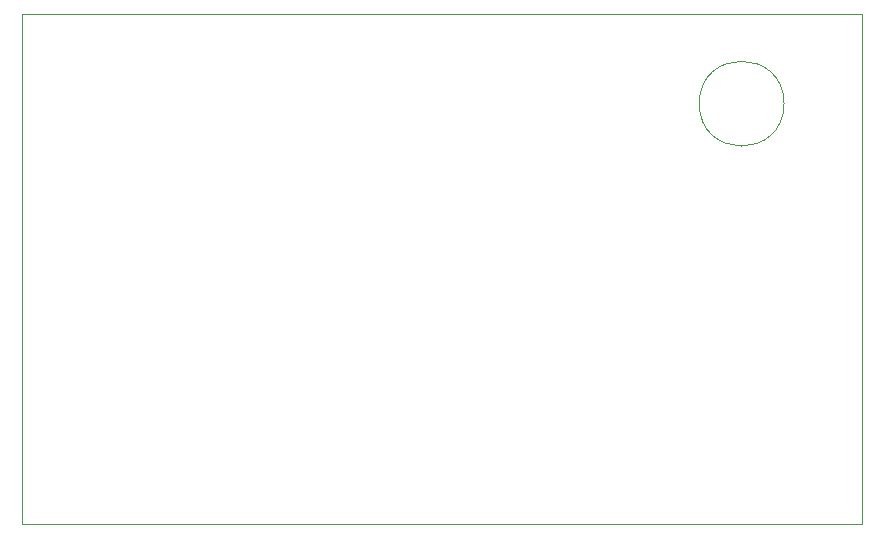
<source format=gbr>
%TF.GenerationSoftware,KiCad,Pcbnew,(6.0.10)*%
%TF.CreationDate,2023-02-17T10:23:32-08:00*%
%TF.ProjectId,ExerciseII,45786572-6369-4736-9549-492e6b696361,rev?*%
%TF.SameCoordinates,Original*%
%TF.FileFunction,Profile,NP*%
%FSLAX46Y46*%
G04 Gerber Fmt 4.6, Leading zero omitted, Abs format (unit mm)*
G04 Created by KiCad (PCBNEW (6.0.10)) date 2023-02-17 10:23:32*
%MOMM*%
%LPD*%
G01*
G04 APERTURE LIST*
%TA.AperFunction,Profile*%
%ADD10C,0.100000*%
%TD*%
G04 APERTURE END LIST*
D10*
X114300000Y-58420000D02*
X185420000Y-58420000D01*
X185420000Y-58420000D02*
X185420000Y-101600000D01*
X185420000Y-101600000D02*
X114300000Y-101600000D01*
X114300000Y-101600000D02*
X114300000Y-58420000D01*
X178852102Y-66040000D02*
G75*
G03*
X178852102Y-66040000I-3592102J0D01*
G01*
M02*

</source>
